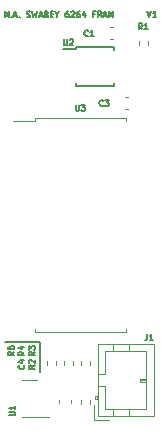
<source format=gbr>
%TF.GenerationSoftware,KiCad,Pcbnew,(6.0.9)*%
%TF.CreationDate,2022-12-20T17:59:48-05:00*%
%TF.ProjectId,6264_FRAM_MOD,36323634-5f46-4524-914d-5f4d4f442e6b,rev?*%
%TF.SameCoordinates,Original*%
%TF.FileFunction,Legend,Top*%
%TF.FilePolarity,Positive*%
%FSLAX46Y46*%
G04 Gerber Fmt 4.6, Leading zero omitted, Abs format (unit mm)*
G04 Created by KiCad (PCBNEW (6.0.9)) date 2022-12-20 17:59:48*
%MOMM*%
%LPD*%
G01*
G04 APERTURE LIST*
%ADD10C,0.127000*%
%ADD11C,0.120000*%
%ADD12C,0.150000*%
G04 APERTURE END LIST*
D10*
X115951000Y-88138000D02*
X115951000Y-85598000D01*
X115951000Y-85598000D02*
X113030000Y-85598000D01*
X112979502Y-58141809D02*
X112979502Y-57633809D01*
X113148835Y-57996666D01*
X113318169Y-57633809D01*
X113318169Y-58141809D01*
X113560073Y-58093428D02*
X113584264Y-58117619D01*
X113560073Y-58141809D01*
X113535883Y-58117619D01*
X113560073Y-58093428D01*
X113560073Y-58141809D01*
X113777788Y-57996666D02*
X114019692Y-57996666D01*
X113729407Y-58141809D02*
X113898740Y-57633809D01*
X114068073Y-58141809D01*
X114237407Y-58093428D02*
X114261597Y-58117619D01*
X114237407Y-58141809D01*
X114213216Y-58117619D01*
X114237407Y-58093428D01*
X114237407Y-58141809D01*
X114842169Y-58117619D02*
X114914740Y-58141809D01*
X115035692Y-58141809D01*
X115084073Y-58117619D01*
X115108264Y-58093428D01*
X115132454Y-58045047D01*
X115132454Y-57996666D01*
X115108264Y-57948285D01*
X115084073Y-57924095D01*
X115035692Y-57899904D01*
X114938930Y-57875714D01*
X114890550Y-57851523D01*
X114866359Y-57827333D01*
X114842169Y-57778952D01*
X114842169Y-57730571D01*
X114866359Y-57682190D01*
X114890550Y-57658000D01*
X114938930Y-57633809D01*
X115059883Y-57633809D01*
X115132454Y-57658000D01*
X115301788Y-57633809D02*
X115422740Y-58141809D01*
X115519502Y-57778952D01*
X115616264Y-58141809D01*
X115737216Y-57633809D01*
X115906550Y-57996666D02*
X116148454Y-57996666D01*
X115858169Y-58141809D02*
X116027502Y-57633809D01*
X116196835Y-58141809D01*
X116535502Y-57875714D02*
X116608073Y-57899904D01*
X116632264Y-57924095D01*
X116656454Y-57972476D01*
X116656454Y-58045047D01*
X116632264Y-58093428D01*
X116608073Y-58117619D01*
X116559692Y-58141809D01*
X116366169Y-58141809D01*
X116366169Y-57633809D01*
X116535502Y-57633809D01*
X116583883Y-57658000D01*
X116608073Y-57682190D01*
X116632264Y-57730571D01*
X116632264Y-57778952D01*
X116608073Y-57827333D01*
X116583883Y-57851523D01*
X116535502Y-57875714D01*
X116366169Y-57875714D01*
X116874169Y-57875714D02*
X117043502Y-57875714D01*
X117116073Y-58141809D02*
X116874169Y-58141809D01*
X116874169Y-57633809D01*
X117116073Y-57633809D01*
X117430550Y-57899904D02*
X117430550Y-58141809D01*
X117261216Y-57633809D02*
X117430550Y-57899904D01*
X117599883Y-57633809D01*
X118373978Y-57633809D02*
X118277216Y-57633809D01*
X118228835Y-57658000D01*
X118204645Y-57682190D01*
X118156264Y-57754761D01*
X118132073Y-57851523D01*
X118132073Y-58045047D01*
X118156264Y-58093428D01*
X118180454Y-58117619D01*
X118228835Y-58141809D01*
X118325597Y-58141809D01*
X118373978Y-58117619D01*
X118398169Y-58093428D01*
X118422359Y-58045047D01*
X118422359Y-57924095D01*
X118398169Y-57875714D01*
X118373978Y-57851523D01*
X118325597Y-57827333D01*
X118228835Y-57827333D01*
X118180454Y-57851523D01*
X118156264Y-57875714D01*
X118132073Y-57924095D01*
X118615883Y-57682190D02*
X118640073Y-57658000D01*
X118688454Y-57633809D01*
X118809407Y-57633809D01*
X118857788Y-57658000D01*
X118881978Y-57682190D01*
X118906169Y-57730571D01*
X118906169Y-57778952D01*
X118881978Y-57851523D01*
X118591692Y-58141809D01*
X118906169Y-58141809D01*
X119341597Y-57633809D02*
X119244835Y-57633809D01*
X119196454Y-57658000D01*
X119172264Y-57682190D01*
X119123883Y-57754761D01*
X119099692Y-57851523D01*
X119099692Y-58045047D01*
X119123883Y-58093428D01*
X119148073Y-58117619D01*
X119196454Y-58141809D01*
X119293216Y-58141809D01*
X119341597Y-58117619D01*
X119365788Y-58093428D01*
X119389978Y-58045047D01*
X119389978Y-57924095D01*
X119365788Y-57875714D01*
X119341597Y-57851523D01*
X119293216Y-57827333D01*
X119196454Y-57827333D01*
X119148073Y-57851523D01*
X119123883Y-57875714D01*
X119099692Y-57924095D01*
X119825407Y-57803142D02*
X119825407Y-58141809D01*
X119704454Y-57609619D02*
X119583502Y-57972476D01*
X119897978Y-57972476D01*
X120647883Y-57875714D02*
X120478550Y-57875714D01*
X120478550Y-58141809D02*
X120478550Y-57633809D01*
X120720454Y-57633809D01*
X121204264Y-58141809D02*
X121034930Y-57899904D01*
X120913978Y-58141809D02*
X120913978Y-57633809D01*
X121107502Y-57633809D01*
X121155883Y-57658000D01*
X121180073Y-57682190D01*
X121204264Y-57730571D01*
X121204264Y-57803142D01*
X121180073Y-57851523D01*
X121155883Y-57875714D01*
X121107502Y-57899904D01*
X120913978Y-57899904D01*
X121397788Y-57996666D02*
X121639692Y-57996666D01*
X121349407Y-58141809D02*
X121518740Y-57633809D01*
X121688073Y-58141809D01*
X121857407Y-58141809D02*
X121857407Y-57633809D01*
X122026740Y-57996666D01*
X122196073Y-57633809D01*
X122196073Y-58141809D01*
X125064761Y-57633809D02*
X125234095Y-58141809D01*
X125403428Y-57633809D01*
X125838857Y-58141809D02*
X125548571Y-58141809D01*
X125693714Y-58141809D02*
X125693714Y-57633809D01*
X125645333Y-57706380D01*
X125596952Y-57754761D01*
X125548571Y-57778952D01*
%TO.C,U3*%
X118992952Y-65513809D02*
X118992952Y-65925047D01*
X119017142Y-65973428D01*
X119041333Y-65997619D01*
X119089714Y-66021809D01*
X119186476Y-66021809D01*
X119234857Y-65997619D01*
X119259047Y-65973428D01*
X119283238Y-65925047D01*
X119283238Y-65513809D01*
X119476761Y-65513809D02*
X119791238Y-65513809D01*
X119621904Y-65707333D01*
X119694476Y-65707333D01*
X119742857Y-65731523D01*
X119767047Y-65755714D01*
X119791238Y-65804095D01*
X119791238Y-65925047D01*
X119767047Y-65973428D01*
X119742857Y-65997619D01*
X119694476Y-66021809D01*
X119549333Y-66021809D01*
X119500952Y-65997619D01*
X119476761Y-65973428D01*
%TO.C,U2*%
X117976952Y-59977831D02*
X117976952Y-60389069D01*
X118001142Y-60437450D01*
X118025333Y-60461641D01*
X118073714Y-60485831D01*
X118170476Y-60485831D01*
X118218857Y-60461641D01*
X118243047Y-60437450D01*
X118267238Y-60389069D01*
X118267238Y-59977831D01*
X118484952Y-60026212D02*
X118509142Y-60002022D01*
X118557523Y-59977831D01*
X118678476Y-59977831D01*
X118726857Y-60002022D01*
X118751047Y-60026212D01*
X118775238Y-60074593D01*
X118775238Y-60122974D01*
X118751047Y-60195545D01*
X118460761Y-60485831D01*
X118775238Y-60485831D01*
%TO.C,R2*%
X115545809Y-87587666D02*
X115303904Y-87757000D01*
X115545809Y-87877952D02*
X115037809Y-87877952D01*
X115037809Y-87684428D01*
X115062000Y-87636047D01*
X115086190Y-87611857D01*
X115134571Y-87587666D01*
X115207142Y-87587666D01*
X115255523Y-87611857D01*
X115279714Y-87636047D01*
X115303904Y-87684428D01*
X115303904Y-87877952D01*
X115086190Y-87394142D02*
X115062000Y-87369952D01*
X115037809Y-87321571D01*
X115037809Y-87200619D01*
X115062000Y-87152238D01*
X115086190Y-87128047D01*
X115134571Y-87103857D01*
X115182952Y-87103857D01*
X115255523Y-87128047D01*
X115545809Y-87418333D01*
X115545809Y-87103857D01*
%TO.C,J1*%
X125052666Y-84938809D02*
X125052666Y-85301666D01*
X125028476Y-85374238D01*
X124980095Y-85422619D01*
X124907523Y-85446809D01*
X124859142Y-85446809D01*
X125560666Y-85446809D02*
X125270380Y-85446809D01*
X125415523Y-85446809D02*
X125415523Y-84938809D01*
X125367142Y-85011380D01*
X125318761Y-85059761D01*
X125270380Y-85083952D01*
%TO.C,C1*%
X120057333Y-59675450D02*
X120033142Y-59699641D01*
X119960571Y-59723831D01*
X119912190Y-59723831D01*
X119839619Y-59699641D01*
X119791238Y-59651260D01*
X119767047Y-59602879D01*
X119742857Y-59506117D01*
X119742857Y-59433545D01*
X119767047Y-59336783D01*
X119791238Y-59288402D01*
X119839619Y-59240022D01*
X119912190Y-59215831D01*
X119960571Y-59215831D01*
X120033142Y-59240022D01*
X120057333Y-59264212D01*
X120541142Y-59723831D02*
X120250857Y-59723831D01*
X120396000Y-59723831D02*
X120396000Y-59215831D01*
X120347619Y-59288402D01*
X120299238Y-59336783D01*
X120250857Y-59360974D01*
%TO.C,R3*%
X115545809Y-86444666D02*
X115303904Y-86614000D01*
X115545809Y-86734952D02*
X115037809Y-86734952D01*
X115037809Y-86541428D01*
X115062000Y-86493047D01*
X115086190Y-86468857D01*
X115134571Y-86444666D01*
X115207142Y-86444666D01*
X115255523Y-86468857D01*
X115279714Y-86493047D01*
X115303904Y-86541428D01*
X115303904Y-86734952D01*
X115037809Y-86275333D02*
X115037809Y-85960857D01*
X115231333Y-86130190D01*
X115231333Y-86057619D01*
X115255523Y-86009238D01*
X115279714Y-85985047D01*
X115328095Y-85960857D01*
X115449047Y-85960857D01*
X115497428Y-85985047D01*
X115521619Y-86009238D01*
X115545809Y-86057619D01*
X115545809Y-86202761D01*
X115521619Y-86251142D01*
X115497428Y-86275333D01*
%TO.C,U1*%
X113386809Y-91827047D02*
X113798047Y-91827047D01*
X113846428Y-91802857D01*
X113870619Y-91778666D01*
X113894809Y-91730285D01*
X113894809Y-91633523D01*
X113870619Y-91585142D01*
X113846428Y-91560952D01*
X113798047Y-91536761D01*
X113386809Y-91536761D01*
X113894809Y-91028761D02*
X113894809Y-91319047D01*
X113894809Y-91173904D02*
X113386809Y-91173904D01*
X113459380Y-91222285D01*
X113507761Y-91270666D01*
X113531952Y-91319047D01*
%TO.C,R4*%
X114656809Y-86444666D02*
X114414904Y-86614000D01*
X114656809Y-86734952D02*
X114148809Y-86734952D01*
X114148809Y-86541428D01*
X114173000Y-86493047D01*
X114197190Y-86468857D01*
X114245571Y-86444666D01*
X114318142Y-86444666D01*
X114366523Y-86468857D01*
X114390714Y-86493047D01*
X114414904Y-86541428D01*
X114414904Y-86734952D01*
X114318142Y-86009238D02*
X114656809Y-86009238D01*
X114124619Y-86130190D02*
X114487476Y-86251142D01*
X114487476Y-85936666D01*
%TO.C,R1*%
X124629333Y-59157809D02*
X124460000Y-58915904D01*
X124339047Y-59157809D02*
X124339047Y-58649809D01*
X124532571Y-58649809D01*
X124580952Y-58674000D01*
X124605142Y-58698190D01*
X124629333Y-58746571D01*
X124629333Y-58819142D01*
X124605142Y-58867523D01*
X124580952Y-58891714D01*
X124532571Y-58915904D01*
X124339047Y-58915904D01*
X125113142Y-59157809D02*
X124822857Y-59157809D01*
X124968000Y-59157809D02*
X124968000Y-58649809D01*
X124919619Y-58722380D01*
X124871238Y-58770761D01*
X124822857Y-58794952D01*
%TO.C,C3*%
X121327333Y-65586428D02*
X121303142Y-65610619D01*
X121230571Y-65634809D01*
X121182190Y-65634809D01*
X121109619Y-65610619D01*
X121061238Y-65562238D01*
X121037047Y-65513857D01*
X121012857Y-65417095D01*
X121012857Y-65344523D01*
X121037047Y-65247761D01*
X121061238Y-65199380D01*
X121109619Y-65151000D01*
X121182190Y-65126809D01*
X121230571Y-65126809D01*
X121303142Y-65151000D01*
X121327333Y-65175190D01*
X121496666Y-65126809D02*
X121811142Y-65126809D01*
X121641809Y-65320333D01*
X121714380Y-65320333D01*
X121762761Y-65344523D01*
X121786952Y-65368714D01*
X121811142Y-65417095D01*
X121811142Y-65538047D01*
X121786952Y-65586428D01*
X121762761Y-65610619D01*
X121714380Y-65634809D01*
X121569238Y-65634809D01*
X121520857Y-65610619D01*
X121496666Y-65586428D01*
%TO.C,R6*%
X113767809Y-86444666D02*
X113525904Y-86614000D01*
X113767809Y-86734952D02*
X113259809Y-86734952D01*
X113259809Y-86541428D01*
X113284000Y-86493047D01*
X113308190Y-86468857D01*
X113356571Y-86444666D01*
X113429142Y-86444666D01*
X113477523Y-86468857D01*
X113501714Y-86493047D01*
X113525904Y-86541428D01*
X113525904Y-86734952D01*
X113259809Y-86009238D02*
X113259809Y-86106000D01*
X113284000Y-86154380D01*
X113308190Y-86178571D01*
X113380761Y-86226952D01*
X113477523Y-86251142D01*
X113671047Y-86251142D01*
X113719428Y-86226952D01*
X113743619Y-86202761D01*
X113767809Y-86154380D01*
X113767809Y-86057619D01*
X113743619Y-86009238D01*
X113719428Y-85985047D01*
X113671047Y-85960857D01*
X113550095Y-85960857D01*
X113501714Y-85985047D01*
X113477523Y-86009238D01*
X113453333Y-86057619D01*
X113453333Y-86154380D01*
X113477523Y-86202761D01*
X113501714Y-86226952D01*
X113550095Y-86251142D01*
%TO.C,C4*%
X114608428Y-87587666D02*
X114632619Y-87611857D01*
X114656809Y-87684428D01*
X114656809Y-87732809D01*
X114632619Y-87805380D01*
X114584238Y-87853761D01*
X114535857Y-87877952D01*
X114439095Y-87902142D01*
X114366523Y-87902142D01*
X114269761Y-87877952D01*
X114221380Y-87853761D01*
X114173000Y-87805380D01*
X114148809Y-87732809D01*
X114148809Y-87684428D01*
X114173000Y-87611857D01*
X114197190Y-87587666D01*
X114318142Y-87152238D02*
X114656809Y-87152238D01*
X114124619Y-87273190D02*
X114487476Y-87394142D01*
X114487476Y-87079666D01*
D11*
%TO.C,U3*%
X115520000Y-66877000D02*
X113705000Y-66877000D01*
X123240000Y-66632000D02*
X123240000Y-66877000D01*
X119380000Y-66632000D02*
X123240000Y-66632000D01*
X119380000Y-84752000D02*
X115520000Y-84752000D01*
X123240000Y-84752000D02*
X123240000Y-84507000D01*
X115520000Y-66632000D02*
X115520000Y-66877000D01*
X119380000Y-66632000D02*
X115520000Y-66632000D01*
X119380000Y-84752000D02*
X123240000Y-84752000D01*
X115520000Y-84752000D02*
X115520000Y-84507000D01*
D12*
%TO.C,U2*%
X119025000Y-63913022D02*
X119025000Y-63688022D01*
X122275000Y-60663022D02*
X122275000Y-60888022D01*
X122275000Y-63913022D02*
X122275000Y-63688022D01*
X119025000Y-60663022D02*
X119025000Y-60788022D01*
X119025000Y-63913022D02*
X122275000Y-63913022D01*
X119025000Y-60663022D02*
X122275000Y-60663022D01*
X119025000Y-60788022D02*
X117950000Y-60788022D01*
D11*
%TO.C,R2*%
X120188866Y-90845621D02*
X120188866Y-90510379D01*
X119428866Y-90845621D02*
X119428866Y-90510379D01*
%TO.C,J1*%
X124982000Y-91315200D02*
X124982000Y-86415200D01*
X120872000Y-90165200D02*
X120672000Y-90165200D01*
X120672000Y-90165200D02*
X120672000Y-90465200D01*
X123482000Y-85805200D02*
X123482000Y-86415200D01*
X124982000Y-86415200D02*
X121482000Y-86415200D01*
X124482000Y-88765200D02*
X124982000Y-88765200D01*
X120572000Y-90975200D02*
X120572000Y-92225200D01*
X123482000Y-91925200D02*
X123482000Y-91315200D01*
X121482000Y-89365200D02*
X121482000Y-91315200D01*
X124982000Y-88965200D02*
X124482000Y-88965200D01*
X121482000Y-91315200D02*
X124982000Y-91315200D01*
X122182000Y-91925200D02*
X122182000Y-91315200D01*
X124482000Y-88965200D02*
X124482000Y-88765200D01*
X125592000Y-91925200D02*
X125592000Y-85805200D01*
X120572000Y-92225200D02*
X121822000Y-92225200D01*
X120872000Y-89365200D02*
X121482000Y-89365200D01*
X125592000Y-85805200D02*
X120872000Y-85805200D01*
X120672000Y-90465200D02*
X120872000Y-90465200D01*
X124982000Y-88865200D02*
X124482000Y-88865200D01*
X120772000Y-90165200D02*
X120772000Y-90465200D01*
X121482000Y-88365200D02*
X120872000Y-88365200D01*
X122182000Y-85805200D02*
X122182000Y-86415200D01*
X120872000Y-91925200D02*
X125592000Y-91925200D01*
X121482000Y-86415200D02*
X121482000Y-88365200D01*
X120872000Y-85805200D02*
X120872000Y-91925200D01*
%TO.C,C1*%
X122187580Y-58984022D02*
X121906420Y-58984022D01*
X122187580Y-60004022D02*
X121906420Y-60004022D01*
%TO.C,R3*%
X119428866Y-87543621D02*
X119428866Y-87208379D01*
X120188866Y-87543621D02*
X120188866Y-87208379D01*
%TO.C,U1*%
X115062000Y-91984000D02*
X114412000Y-91984000D01*
X115062000Y-91984000D02*
X116737000Y-91984000D01*
X115062000Y-88864000D02*
X115712000Y-88864000D01*
X115062000Y-88864000D02*
X114412000Y-88864000D01*
%TO.C,R4*%
X118744000Y-87543621D02*
X118744000Y-87208379D01*
X117984000Y-87543621D02*
X117984000Y-87208379D01*
%TO.C,R1*%
X125094000Y-60157379D02*
X125094000Y-60492621D01*
X124334000Y-60157379D02*
X124334000Y-60492621D01*
%TO.C,C3*%
X123457580Y-65915000D02*
X123176420Y-65915000D01*
X123457580Y-64895000D02*
X123176420Y-64895000D01*
%TO.C,R6*%
X116587000Y-87543621D02*
X116587000Y-87208379D01*
X117347000Y-87543621D02*
X117347000Y-87208379D01*
%TO.C,C4*%
X118620000Y-90818580D02*
X118620000Y-90537420D01*
X117600000Y-90818580D02*
X117600000Y-90537420D01*
%TD*%
M02*

</source>
